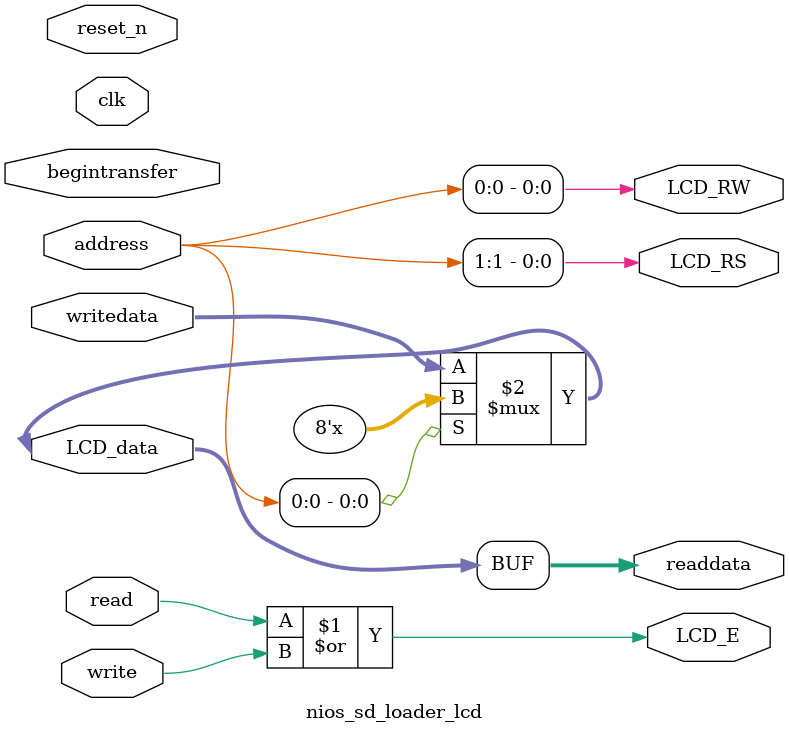
<source format=v>

`timescale 1ns / 1ps
// synthesis translate_on

// turn off superfluous verilog processor warnings 
// altera message_level Level1 
// altera message_off 10034 10035 10036 10037 10230 10240 10030 

module nios_sd_loader_lcd (
                            // inputs:
                             address,
                             begintransfer,
                             clk,
                             read,
                             reset_n,
                             write,
                             writedata,

                            // outputs:
                             LCD_E,
                             LCD_RS,
                             LCD_RW,
                             LCD_data,
                             readdata
                          )
;

  output           LCD_E;
  output           LCD_RS;
  output           LCD_RW;
  inout   [  7: 0] LCD_data;
  output  [  7: 0] readdata;
  input   [  1: 0] address;
  input            begintransfer;
  input            clk;
  input            read;
  input            reset_n;
  input            write;
  input   [  7: 0] writedata;


wire             LCD_E;
wire             LCD_RS;
wire             LCD_RW;
wire    [  7: 0] LCD_data;
wire    [  7: 0] readdata;
  assign LCD_RW = address[0];
  assign LCD_RS = address[1];
  assign LCD_E = read | write;
  assign LCD_data = (address[0]) ? {8{1'bz}} : writedata;
  assign readdata = LCD_data;
  //control_slave, which is an e_avalon_slave

endmodule


</source>
